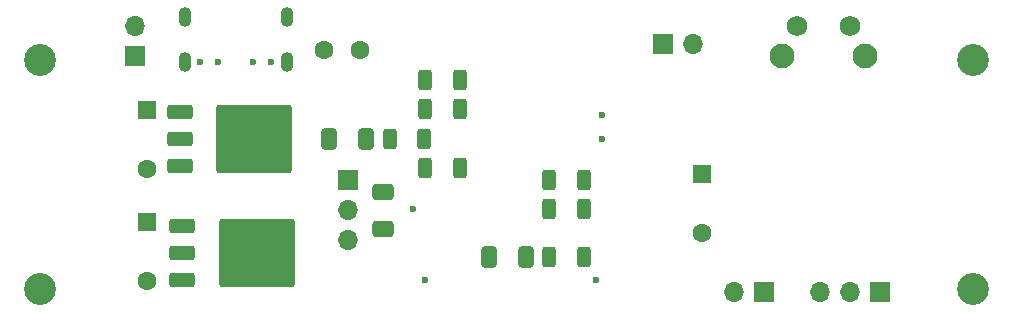
<source format=gbs>
G04 #@! TF.GenerationSoftware,KiCad,Pcbnew,8.0.3*
G04 #@! TF.CreationDate,2025-03-14T18:39:27+01:00*
G04 #@! TF.ProjectId,NIXIE_Sterownik,4e495849-455f-4537-9465-726f776e696b,rev?*
G04 #@! TF.SameCoordinates,Original*
G04 #@! TF.FileFunction,Soldermask,Bot*
G04 #@! TF.FilePolarity,Negative*
%FSLAX46Y46*%
G04 Gerber Fmt 4.6, Leading zero omitted, Abs format (unit mm)*
G04 Created by KiCad (PCBNEW 8.0.3) date 2025-03-14 18:39:27*
%MOMM*%
%LPD*%
G01*
G04 APERTURE LIST*
G04 Aperture macros list*
%AMRoundRect*
0 Rectangle with rounded corners*
0 $1 Rounding radius*
0 $2 $3 $4 $5 $6 $7 $8 $9 X,Y pos of 4 corners*
0 Add a 4 corners polygon primitive as box body*
4,1,4,$2,$3,$4,$5,$6,$7,$8,$9,$2,$3,0*
0 Add four circle primitives for the rounded corners*
1,1,$1+$1,$2,$3*
1,1,$1+$1,$4,$5*
1,1,$1+$1,$6,$7*
1,1,$1+$1,$8,$9*
0 Add four rect primitives between the rounded corners*
20,1,$1+$1,$2,$3,$4,$5,0*
20,1,$1+$1,$4,$5,$6,$7,0*
20,1,$1+$1,$6,$7,$8,$9,0*
20,1,$1+$1,$8,$9,$2,$3,0*%
G04 Aperture macros list end*
%ADD10O,1.100000X1.700000*%
%ADD11C,2.700000*%
%ADD12R,1.700000X1.700000*%
%ADD13O,1.700000X1.700000*%
%ADD14R,1.600000X1.600000*%
%ADD15C,1.600000*%
%ADD16C,2.100000*%
%ADD17C,1.750000*%
%ADD18RoundRect,0.250000X0.312500X0.625000X-0.312500X0.625000X-0.312500X-0.625000X0.312500X-0.625000X0*%
%ADD19RoundRect,0.250000X-0.850000X-0.350000X0.850000X-0.350000X0.850000X0.350000X-0.850000X0.350000X0*%
%ADD20RoundRect,0.249997X-2.950003X-2.650003X2.950003X-2.650003X2.950003X2.650003X-2.950003X2.650003X0*%
%ADD21RoundRect,0.250000X-0.650000X0.412500X-0.650000X-0.412500X0.650000X-0.412500X0.650000X0.412500X0*%
%ADD22RoundRect,0.250000X-0.412500X-0.650000X0.412500X-0.650000X0.412500X0.650000X-0.412500X0.650000X0*%
%ADD23C,0.600000*%
G04 APERTURE END LIST*
D10*
X103320000Y-60000000D03*
X103320000Y-56200000D03*
X94680000Y-60000000D03*
X94680000Y-56200000D03*
D11*
X161400000Y-59850000D03*
D12*
X108500000Y-70000000D03*
D13*
X108500000Y-72540000D03*
X108500000Y-75080000D03*
D12*
X90500000Y-59500000D03*
D13*
X90500000Y-56960000D03*
D11*
X82450000Y-79200000D03*
D12*
X153540000Y-79500000D03*
D13*
X151000000Y-79500000D03*
X148460000Y-79500000D03*
D12*
X143775000Y-79500000D03*
D13*
X141235000Y-79500000D03*
D14*
X138500000Y-69500000D03*
D15*
X138500000Y-74500000D03*
D16*
X145250000Y-59490000D03*
X152260000Y-59490000D03*
D17*
X146500000Y-57000000D03*
X151000000Y-57000000D03*
D11*
X82450000Y-59850000D03*
D14*
X91500000Y-64097349D03*
D15*
X91500000Y-69097349D03*
D11*
X161450000Y-79200000D03*
D15*
X109500000Y-59000000D03*
X106500000Y-59000000D03*
D12*
X135225000Y-58500000D03*
D13*
X137765000Y-58500000D03*
D14*
X91500000Y-73597349D03*
D15*
X91500000Y-78597349D03*
D18*
X128462500Y-72500000D03*
X125537500Y-72500000D03*
D19*
X94277651Y-68780000D03*
X94277651Y-66500000D03*
D20*
X100577651Y-66500000D03*
D19*
X94277651Y-64220000D03*
D18*
X117962500Y-64000000D03*
X115037500Y-64000000D03*
D21*
X111500000Y-71000000D03*
X111500000Y-74125000D03*
D18*
X114962500Y-66500000D03*
X112037500Y-66500000D03*
D22*
X106937500Y-66500000D03*
X110062500Y-66500000D03*
D18*
X128462500Y-70000000D03*
X125537500Y-70000000D03*
X128462500Y-76500000D03*
X125537500Y-76500000D03*
X117962500Y-61500000D03*
X115037500Y-61500000D03*
X117962500Y-69000000D03*
X115037500Y-69000000D03*
D19*
X94500000Y-78500000D03*
X94500000Y-76220000D03*
D20*
X100800000Y-76220000D03*
D19*
X94500000Y-73940000D03*
D22*
X120437500Y-76500000D03*
X123562500Y-76500000D03*
D23*
X129500000Y-78500000D03*
X96000000Y-60000000D03*
X102000000Y-60000000D03*
X115000000Y-78500000D03*
X115000000Y-66500000D03*
X115000000Y-68500000D03*
X114000000Y-72500000D03*
X128500000Y-72500000D03*
X128500000Y-76500000D03*
X115000000Y-64500000D03*
X128500000Y-70500000D03*
X130000000Y-64500000D03*
X130000000Y-66500000D03*
X100500000Y-60000000D03*
X97500000Y-60000000D03*
M02*

</source>
